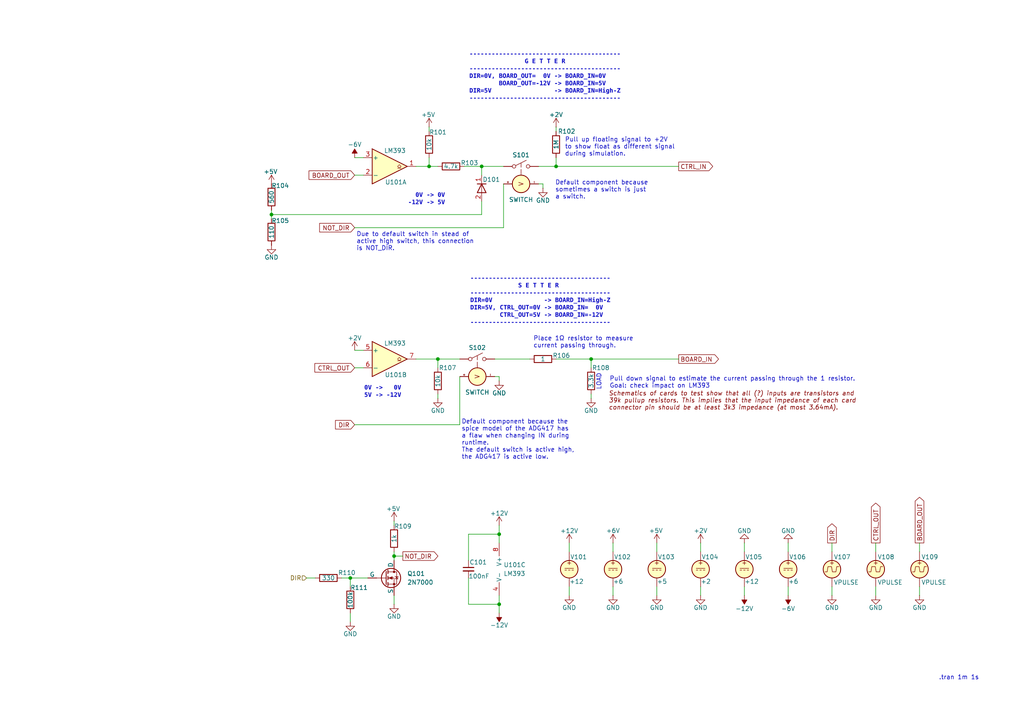
<source format=kicad_sch>
(kicad_sch (version 20250114) (generator "eeschema") (generator_version "9.0")
  (paper "A4")
  (title_block (title "Window comparator - Simulation") (date "2025-08-13") (rev "1.0.alpha") (comment 1 "Copyright (c) 2025 by Filip Pynckels & Robin Pynckels"))
  (lib_symbols
    (symbol "Comparator:LM393" (pin_names (offset 0.127))
      (property "Reference" "U" (at 3.81 3.81 0))
      (property "Value" "LM393" (at 6.35 -3.81 0))
      (symbol "LM393_1_1"
        (polyline (pts (xy -5.08 5.08) (xy 5.08 0) (xy -5.08 -5.08) (xy -5.08 5.08)) (stroke (width 0.254)) (fill (type background)))
        (polyline (pts (xy 3.302 -0.508) (xy 2.794 -0.508) (xy 3.302 0) (xy 2.794 0.508) (xy 2.286 0) (xy 2.794 -0.508) (xy 2.286 -0.508)) (stroke (width 0.127)))
        (pin input line (at -7.62 2.54 0) (length 2.54) (name "+") (number "3"))
        (pin input line (at -7.62 -2.54 0) (length 2.54) (name "-") (number "2"))
        (pin open_collector line (at 7.62 0 180) (length 2.54) (name "~") (number "1"))
      )
      (symbol "LM393_2_1"
        (polyline (pts (xy -5.08 5.08) (xy 5.08 0) (xy -5.08 -5.08) (xy -5.08 5.08)) (stroke (width 0.254)) (fill (type background)))
        (polyline (pts (xy 3.302 -0.508) (xy 2.794 -0.508) (xy 3.302 0) (xy 2.794 0.508) (xy 2.286 0) (xy 2.794 -0.508) (xy 2.286 -0.508)) (stroke (width 0.127)))
        (pin input line (at -7.62 2.54 0) (length 2.54) (name "+") (number "5"))
        (pin input line (at -7.62 -2.54 0) (length 2.54) (name "-") (number "6"))
        (pin open_collector line (at 7.62 0 180) (length 2.54) (name "~") (number "7"))
      )
      (symbol "LM393_3_1"
        (pin power_in line (at -2.54 7.62 270) (length 3.81) (name "V+") (number "8"))
        (pin power_in line (at -2.54 -7.62 90) (length 3.81) (name "V-") (number "4"))
      )
    )
    (symbol "Device:C_Small" (pin_numbers (hide yes)) (pin_names (offset 0.254) (hide yes))
      (property "Reference" "C" (at 0.254 1.778 0))
      (property "Value" "C_Small" (at 0.254 -2.032 0))
      (symbol "C_Small_0_1"
        (polyline (pts (xy -1.524 0.508) (xy 1.524 0.508)) (stroke (width 0.3048)))
        (polyline (pts (xy -1.524 -0.508) (xy 1.524 -0.508)) (stroke (width 0.3302)))
      )
      (symbol "C_Small_1_1"
        (pin passive line (at 0 2.54 270) (length 2.032) (name "~") (number "1"))
        (pin passive line (at 0 -2.54 90) (length 2.032) (name "~") (number "2"))
      )
    )
    (symbol "Device:R" (pin_numbers (hide yes)) (pin_names (offset 0))
      (property "Reference" "R" (at 2.032 0 90))
      (property "Value" "R" (at 0 0 90))
      (symbol "R_0_1"
        (rectangle (start -1.016 -2.54) (end 1.016 2.54) (stroke (width 0.254)))
      )
      (symbol "R_1_1"
        (pin passive line (at 0 3.81 270) (length 1.27) (name "~") (number "1"))
        (pin passive line (at 0 -3.81 90) (length 1.27) (name "~") (number "2"))
      )
    )
    (symbol "Power:+2V" (power) (pin_numbers (hide yes)) (pin_names (offset 0) (hide yes))
      (property "Value" "+2V" (at 0 3.556 0))
      (symbol "+2V_0_1"
        (polyline (pts (xy -0.762 1.27) (xy 0 2.54)))
        (polyline (pts (xy 0 2.54) (xy 0.762 1.27)))
        (polyline (pts (xy 0 0) (xy 0 2.54)))
      )
      (symbol "+2V_1_1"
        (pin power_in line (at 0 0 90) (length 0) (name "~") (number "1"))
      )
    )
    (symbol "Simulation_SPICE:D" (pin_names (offset 1.016) (hide yes))
      (property "Reference" "D" (at 0 2.54 0))
      (property "Value" "D" (at 0 -2.54 0))
      (symbol "D_0_1"
        (polyline (pts (xy -1.27 1.27) (xy -1.27 -1.27)) (stroke (width 0.254)))
        (polyline (pts (xy 1.27 1.27) (xy 1.27 -1.27) (xy -1.27 0) (xy 1.27 1.27)) (stroke (width 0.254)))
        (polyline (pts (xy 1.27 0) (xy -1.27 0)))
      )
      (symbol "D_1_1"
        (pin passive line (at -3.81 0 0) (length 2.54) (name "K") (number "1"))
        (pin passive line (at 3.81 0 180) (length 2.54) (name "A") (number "2"))
      )
    )
    (symbol "Simulation_SPICE:NMOS" (pin_numbers (hide yes)) (pin_names (offset 0))
      (property "Reference" "Q" (at 5.08 1.27 0))
      (property "Value" "NMOS" (at 5.08 -1.27 0))
      (symbol "NMOS_0_1"
        (polyline (pts (xy 0.254 1.905) (xy 0.254 -1.905)) (stroke (width 0.254)))
        (polyline (pts (xy 0.254 0) (xy -2.54 0)))
        (polyline (pts (xy 0.762 2.286) (xy 0.762 1.27)) (stroke (width 0.254)))
        (polyline (pts (xy 0.762 0.508) (xy 0.762 -0.508)) (stroke (width 0.254)))
        (polyline (pts (xy 0.762 -1.27) (xy 0.762 -2.286)) (stroke (width 0.254)))
        (polyline (pts (xy 0.762 -1.778) (xy 3.302 -1.778) (xy 3.302 1.778) (xy 0.762 1.778)))
        (polyline (pts (xy 1.016 0) (xy 2.032 0.381) (xy 2.032 -0.381) (xy 1.016 0)) (fill (type outline)))
        (circle (center 1.651 0) (radius 2.794) (stroke (width 0.254)))
        (polyline (pts (xy 2.54 2.54) (xy 2.54 1.778)))
        (circle (center 2.54 1.778) (radius 0.254) (fill (type outline)))
        (circle (center 2.54 -1.778) (radius 0.254) (fill (type outline)))
        (polyline (pts (xy 2.54 -2.54) (xy 2.54 0) (xy 0.762 0)))
        (polyline (pts (xy 2.794 0.508) (xy 2.921 0.381) (xy 3.683 0.381) (xy 3.81 0.254)))
        (polyline (pts (xy 3.302 0.381) (xy 2.921 -0.254) (xy 3.683 -0.254) (xy 3.302 0.381)))
      )
      (symbol "NMOS_1_1"
        (pin input line (at -5.08 0 0) (length 2.54) (name "G") (number "2"))
        (pin passive line (at 2.54 5.08 270) (length 2.54) (name "D") (number "1"))
        (pin passive line (at 2.54 -5.08 90) (length 2.54) (name "S") (number "3"))
      )
    )
    (symbol "Simulation_SPICE:SWITCH" (pin_numbers (hide yes)) (pin_names (offset 1.016) (hide yes))
      (property "Reference" "S" (at 2.54 2.54 0))
      (property "Value" "SWITCH" (at 2.54 0 0))
      (property "Sim.Params" "thr=0 ron=1" (at 2.54 -2.54 0))
      (symbol "SWITCH_0_1"
        (circle (center 0 2.032) (radius 0.508))
        (circle (center 0 -2.032) (radius 0.508))
        (polyline (pts (xy 0.254 1.524) (xy 1.778 -1.524)))
      )
      (symbol "SWITCH_1_1"
        (circle (center -5.08 0) (radius 2.54) (stroke (width 0.254)) (fill (type background)))
        (polyline (pts (xy -4.826 3.81) (xy -4.318 3.81)))
        (polyline (pts (xy -4.826 -3.81) (xy -4.318 -3.81)))
        (polyline (pts (xy -4.572 4.064) (xy -4.572 3.556)))
        (polyline (pts (xy -2.54 0) (xy 0.889 0)) (stroke (width 0) (type dash)))
        (text "V" (at -5.08 0 0) (effects (font (size 1.27 1.27))))
        (pin input line (at -5.08 5.08 270) (length 2.54) (name "C+") (number "3"))
        (pin input line (at -5.08 -5.08 90) (length 2.54) (name "C-") (number "4"))
        (pin passive line (at 0 5.08 270) (length 2.54) (name "N+") (number "1"))
        (pin passive line (at 0 -5.08 90) (length 2.54) (name "N-") (number "2"))
      )
    )
    (symbol "Simulation_SPICE:VDC" (pin_numbers (hide yes)) (pin_names (offset 0.0254))
      (property "Reference" "V" (at 2.54 2.54 0))
      (property "Value" "1" (at 2.54 0 0))
      (symbol "VDC_0_0"
        (polyline (pts (xy -1.27 0.254) (xy 1.27 0.254)))
        (polyline (pts (xy -0.762 -0.254) (xy -1.27 -0.254)))
        (polyline (pts (xy 0.254 -0.254) (xy -0.254 -0.254)))
        (polyline (pts (xy 1.27 -0.254) (xy 0.762 -0.254)))
        (text "+" (at 0 1.905 0) (effects (font (size 1.27 1.27))))
      )
      (symbol "VDC_0_1"
        (circle (center 0 0) (radius 2.54) (stroke (width 0.254)) (fill (type background)))
      )
      (symbol "VDC_1_1"
        (pin passive line (at 0 5.08 270) (length 2.54) (name "~") (number "1"))
        (pin passive line (at 0 -5.08 90) (length 2.54) (name "~") (number "2"))
      )
    )
    (symbol "Simulation_SPICE:VPULSE" (pin_numbers (hide yes)) (pin_names (offset 0.0254))
      (property "Reference" "V" (at 2.54 2.54 0))
      (property "Value" "VPULSE" (at 2.54 0 0))
      (property "Sim.Params" "y1=0 y2=1 td=2n tr=2n tf=2n tw=50n per=100n" (at 2.54 -2.54 0))
      (symbol "VPULSE_0_0"
        (polyline (pts (xy -2.032 -0.762) (xy -1.397 -0.762) (xy -1.143 0.762) (xy -0.127 0.762) (xy 0.127 -0.762) (xy 1.143 -0.762) (xy 1.397 0.762) (xy 2.032 0.762)))
        (text "+" (at 0 1.905 0) (effects (font (size 1.27 1.27))))
      )
      (symbol "VPULSE_0_1"
        (circle (center 0 0) (radius 2.54) (stroke (width 0.254)) (fill (type background)))
      )
      (symbol "VPULSE_1_1"
        (pin passive line (at 0 5.08 270) (length 2.54) (name "~") (number "1"))
        (pin passive line (at 0 -5.08 90) (length 2.54) (name "~") (number "2"))
      )
    )
    (symbol "power:+12V" (power) (pin_numbers (hide yes)) (pin_names (offset 0) (hide yes))
      (property "Value" "+12V" (at 0 3.556 0))
      (symbol "+12V_0_1"
        (polyline (pts (xy -0.762 1.27) (xy 0 2.54)))
        (polyline (pts (xy 0 2.54) (xy 0.762 1.27)))
        (polyline (pts (xy 0 0) (xy 0 2.54)))
      )
      (symbol "+12V_1_1"
        (pin power_in line (at 0 0 90) (length 0) (name "~") (number "1"))
      )
    )
    (symbol "power:+5V" (power) (pin_numbers (hide yes)) (pin_names (offset 0) (hide yes))
      (property "Value" "+5V" (at 0 3.556 0))
      (symbol "+5V_0_1"
        (polyline (pts (xy -0.762 1.27) (xy 0 2.54)))
        (polyline (pts (xy 0 2.54) (xy 0.762 1.27)))
        (polyline (pts (xy 0 0) (xy 0 2.54)))
      )
      (symbol "+5V_1_1"
        (pin power_in line (at 0 0 90) (length 0) (name "~") (number "1"))
      )
    )
    (symbol "power:+6V" (power) (pin_numbers (hide yes)) (pin_names (offset 0) (hide yes))
      (property "Value" "+6V" (at 0 3.556 0))
      (symbol "+6V_0_1"
        (polyline (pts (xy -0.762 1.27) (xy 0 2.54)))
        (polyline (pts (xy 0 2.54) (xy 0.762 1.27)))
        (polyline (pts (xy 0 0) (xy 0 2.54)))
      )
      (symbol "+6V_1_1"
        (pin power_in line (at 0 0 90) (length 0) (name "~") (number "1"))
      )
    )
    (symbol "power:-12V" (power) (pin_numbers (hide yes)) (pin_names (offset 0) (hide yes))
      (property "Value" "-12V" (at 0 3.556 0))
      (symbol "-12V_0_0"
        (pin power_in line (at 0 0 90) (length 0) (name "~") (number "1"))
      )
      (symbol "-12V_0_1"
        (polyline (pts (xy 0 0) (xy 0 1.27) (xy 0.762 1.27) (xy 0 2.54) (xy -0.762 1.27) (xy 0 1.27)) (fill (type outline)))
      )
    )
    (symbol "power:-6V" (power) (pin_numbers (hide yes)) (pin_names (offset 0) (hide yes))
      (property "Value" "-6V" (at 0 3.556 0))
      (symbol "-6V_0_0"
        (pin power_in line (at 0 0 90) (length 0) (name "~") (number "1"))
      )
      (symbol "-6V_0_1"
        (polyline (pts (xy 0 0) (xy 0 1.27) (xy 0.762 1.27) (xy 0 2.54) (xy -0.762 1.27) (xy 0 1.27)) (fill (type outline)))
      )
    )
    (symbol "power:GND" (power) (pin_numbers (hide yes)) (pin_names (offset 0) (hide yes))
      (property "Value" "GND" (at 0 -3.81 0))
      (symbol "GND_0_1"
        (polyline (pts (xy 0 0) (xy 0 -1.27) (xy 1.27 -1.27) (xy 0 -2.54) (xy -1.27 -1.27) (xy 0 -1.27)))
      )
      (symbol "GND_1_1"
        (pin power_in line (at 0 0 270) (length 0) (name "~") (number "1"))
      )
    )
  )
  (text "  0V -> 0V\n-12V -> 5V\n" (at 118.364 56.388 0) (effects (font (size 1.27 1.27) (bold yes)) (justify left top)))
  (text "-----------------------------------------\n               G E T T E R\n-----------------------------------------\nDIR=0V, BOARD_OUT=  0V -> BOARD_IN=0V\n        BOARD_OUT=-12V -> BOARD_IN=5V\nDIR=5V                 -> BOARD_IN=High-Z\n-----------------------------------------" (at 136.144 15.494 0) (effects (font (size 1.27 1.27) (bold yes)) (justify left top)))
  (text "--------------------------------------\n             S E T T E R\n--------------------------------------\nDIR=0V              -> BOARD_IN=High-Z\nDIR=5V, CTRL_OUT=0V -> BOARD_IN=  0V\n        CTRL_OUT=5V -> BOARD_IN=-12V\n--------------------------------------" (at 136.398 80.518 0) (effects (font (size 1.27 1.27) (bold yes)) (justify left top)))
  (text "LOAD" (at 173.736 110.744 90) (effects (font (size 1.27 1.27))))
  (text "Place 1Ω resistor to measure\ncurrent passing through." (at 154.686 99.314 0) (effects (font (size 1.27 1.27)) (justify left)))
  (text "Due to default switch in stead of\nactive high switch, this connection\nis NOT_DIR." (at 103.378 67.31 0) (effects (font (size 1.27 1.27)) (justify left top)))
  (text "0V ->   0V\n5V -> -12V\n" (at 105.664 112.268 0) (effects (font (size 1.27 1.27) (bold yes)) (justify left top)))
  (text "Default component because\nsometimes a switch is just\na switch." (at 161.036 52.324 0) (effects (font (size 1.27 1.27)) (justify left top)))
  (text ".tran 1m 1s\n" (at 272.288 196.596 0) (effects (font (size 1.27 1.27)) (justify left)))
  (text "Schematics of cards to test show that all (?) inputs are transistors and\n39k pullup resistors. This implies that the input impedance of each card\nconnector pin should be at least 3k3 impedance (at most 3.64mA)." (at 176.53 113.538 0) (effects (font (size 1.27 1.27) (thickness 0.1588) (italic yes)) (justify left top)))
  (text "Pull down signal to estimate the current passing through the 1 resistor.\nGoal: check impact on LM393" (at 176.784 109.22 0) (effects (font (size 1.27 1.27)) (justify left top)))
  (text "Pull up floating signal to +2V\nto show float as different signal\nduring simulation." (at 163.83 39.878 0) (effects (font (size 1.27 1.27)) (justify left top)))
  (text "Default component because the\nspice model of the ADG417 has\na flaw when changing IN during\nruntime.\nThe default switch is active high,\nthe ADG417 is active low." (at 133.858 121.666 0) (effects (font (size 1.27 1.27)) (justify left top)))
  (junction (at 78.74 62.23))
  (junction (at 124.46 48.26))
  (junction (at 161.29 48.26))
  (junction (at 114.3 161.29))
  (junction (at 139.7 48.26))
  (junction (at 127 104.14))
  (junction (at 101.6 167.64))
  (junction (at 171.45 104.14))
  (junction (at 144.78 154.94))
  (junction (at 144.78 175.26))
  (wire (pts (xy 190.5 170.18) (xy 190.5 172.72)))
  (wire (pts (xy 144.78 154.94) (xy 144.78 157.48)))
  (wire (pts (xy 135.89 162.56) (xy 135.89 154.94)))
  (wire (pts (xy 101.6 167.64) (xy 101.6 170.18)))
  (wire (pts (xy 101.6 177.8) (xy 101.6 180.34)))
  (wire (pts (xy 127 104.14) (xy 127 106.68)))
  (wire (pts (xy 133.35 109.22) (xy 133.35 123.19)))
  (wire (pts (xy 114.3 161.29) (xy 114.3 162.56)))
  (wire (pts (xy 156.21 53.34) (xy 157.48 53.34)))
  (wire (pts (xy 102.87 101.6) (xy 105.41 101.6)))
  (wire (pts (xy 146.05 66.04) (xy 146.05 53.34)))
  (wire (pts (xy 161.29 48.26) (xy 161.29 45.72)))
  (wire (pts (xy 161.29 48.26) (xy 196.85 48.26)))
  (wire (pts (xy 156.21 48.26) (xy 161.29 48.26)))
  (wire (pts (xy 78.74 62.23) (xy 78.74 63.5)))
  (wire (pts (xy 215.9 157.48) (xy 215.9 160.02)))
  (wire (pts (xy 134.62 48.26) (xy 139.7 48.26)))
  (wire (pts (xy 266.7 157.48) (xy 266.7 160.02)))
  (wire (pts (xy 114.3 161.29) (xy 116.84 161.29)))
  (wire (pts (xy 228.6 170.18) (xy 228.6 172.72)))
  (wire (pts (xy 171.45 104.14) (xy 196.85 104.14)))
  (wire (pts (xy 215.9 170.18) (xy 215.9 172.72)))
  (wire (pts (xy 135.89 167.64) (xy 135.89 175.26)))
  (wire (pts (xy 127 114.3) (xy 127 115.57)))
  (wire (pts (xy 228.6 157.48) (xy 228.6 160.02)))
  (wire (pts (xy 143.51 104.14) (xy 153.67 104.14)))
  (wire (pts (xy 105.41 106.68) (xy 102.87 106.68)))
  (wire (pts (xy 135.89 175.26) (xy 144.78 175.26)))
  (wire (pts (xy 102.87 45.72) (xy 105.41 45.72)))
  (wire (pts (xy 165.1 170.18) (xy 165.1 172.72)))
  (wire (pts (xy 78.74 62.23) (xy 139.7 62.23)))
  (wire (pts (xy 124.46 48.26) (xy 127 48.26)))
  (wire (pts (xy 120.65 104.14) (xy 127 104.14)))
  (wire (pts (xy 139.7 48.26) (xy 139.7 50.8)))
  (wire (pts (xy 114.3 152.4) (xy 114.3 151.13)))
  (wire (pts (xy 171.45 104.14) (xy 171.45 106.68)))
  (wire (pts (xy 171.45 114.3) (xy 171.45 115.57)))
  (wire (pts (xy 88.9 167.64) (xy 91.44 167.64)))
  (wire (pts (xy 190.5 157.48) (xy 190.5 160.02)))
  (wire (pts (xy 105.41 50.8) (xy 102.87 50.8)))
  (wire (pts (xy 203.2 170.18) (xy 203.2 172.72)))
  (wire (pts (xy 241.3 157.48) (xy 241.3 160.02)))
  (wire (pts (xy 254 157.48) (xy 254 160.02)))
  (wire (pts (xy 241.3 170.18) (xy 241.3 172.72)))
  (wire (pts (xy 266.7 170.18) (xy 266.7 172.72)))
  (wire (pts (xy 102.87 66.04) (xy 146.05 66.04)))
  (wire (pts (xy 114.3 160.02) (xy 114.3 161.29)))
  (wire (pts (xy 144.78 175.26) (xy 144.78 177.8)))
  (wire (pts (xy 124.46 48.26) (xy 124.46 45.72)))
  (wire (pts (xy 143.51 109.22) (xy 144.78 109.22)))
  (wire (pts (xy 177.8 170.18) (xy 177.8 172.72)))
  (wire (pts (xy 127 104.14) (xy 133.35 104.14)))
  (wire (pts (xy 78.74 60.96) (xy 78.74 62.23)))
  (wire (pts (xy 120.65 48.26) (xy 124.46 48.26)))
  (wire (pts (xy 254 170.18) (xy 254 172.72)))
  (wire (pts (xy 144.78 152.4) (xy 144.78 154.94)))
  (wire (pts (xy 177.8 157.48) (xy 177.8 160.02)))
  (wire (pts (xy 157.48 53.34) (xy 157.48 54.61)))
  (wire (pts (xy 124.46 38.1) (xy 124.46 36.83)))
  (wire (pts (xy 144.78 172.72) (xy 144.78 175.26)))
  (wire (pts (xy 99.06 167.64) (xy 101.6 167.64)))
  (wire (pts (xy 102.87 123.19) (xy 133.35 123.19)))
  (wire (pts (xy 114.3 172.72) (xy 114.3 175.26)))
  (wire (pts (xy 139.7 58.42) (xy 139.7 62.23)))
  (wire (pts (xy 161.29 38.1) (xy 161.29 36.83)))
  (wire (pts (xy 165.1 157.48) (xy 165.1 160.02)))
  (wire (pts (xy 101.6 167.64) (xy 106.68 167.64)))
  (wire (pts (xy 161.29 104.14) (xy 171.45 104.14)))
  (wire (pts (xy 135.89 154.94) (xy 144.78 154.94)))
  (wire (pts (xy 144.78 109.22) (xy 144.78 110.49)))
  (wire (pts (xy 139.7 48.26) (xy 146.05 48.26)))
  (wire (pts (xy 203.2 157.48) (xy 203.2 160.02)))
  (global_label "BOARD_OUT" (shape output) (at 266.7 157.48 90) (property "Intersheetrefs" "${INTERSHEET_REFS}" (effects (hide yes))))
  (global_label "CTRL_IN" (shape output) (at 196.85 48.26 0) (property "Intersheetrefs" "${INTERSHEET_REFS}" (effects (hide yes))))
  (global_label "NOT_DIR" (shape input) (at 102.87 66.04 180) (property "Intersheetrefs" "${INTERSHEET_REFS}" (effects (hide yes))))
  (global_label "CTRL_OUT" (shape input) (at 102.87 106.68 180) (property "Intersheetrefs" "${INTERSHEET_REFS}" (effects (hide yes))))
  (global_label "BOARD_IN" (shape output) (at 196.85 104.14 0) (property "Intersheetrefs" "${INTERSHEET_REFS}" (effects (hide yes))))
  (global_label "NOT_DIR" (shape output) (at 116.84 161.29 0) (property "Intersheetrefs" "${INTERSHEET_REFS}" (effects (hide yes))))
  (global_label "BOARD_OUT" (shape input) (at 102.87 50.8 180) (property "Intersheetrefs" "${INTERSHEET_REFS}" (effects (hide yes))))
  (global_label "DIR" (shape input) (at 102.87 123.19 180) (property "Intersheetrefs" "${INTERSHEET_REFS}" (effects (hide yes))))
  (global_label "CTRL_OUT" (shape output) (at 254 157.48 90) (property "Intersheetrefs" "${INTERSHEET_REFS}" (effects (hide yes))))
  (global_label "DIR" (shape output) (at 241.3 157.48 90) (property "Intersheetrefs" "${INTERSHEET_REFS}" (effects (hide yes))))
  (hierarchical_label "DIR" (shape input) (at 88.9 167.64 180))
  (symbol (lib_id "Power:+2V") (at 203.2 157.48 0) (unit 1)
    (property "Reference" "#PWR0116" (effects (hide yes)))
    (property "Value" "+2V" (at 203.2 153.924 0))
    (property "Description" "Power symbol creates a global label with name \"+2V\"" (effects (hide yes)))
  )
  (symbol (lib_id "Device:R") (at 161.29 41.91 0) (mirror x) (unit 1)
    (property "Reference" "R102" (at 161.798 38.1 0) (effects (justify left)))
    (property "Value" "1M" (at 161.29 41.91 90))
    (property "Footprint" "Resistor_THT:R_Axial_DIN0207_L6.3mm_D2.5mm_P7.62mm_Horizontal" (effects (hide yes)))
    (property "Description" "Resistor" (effects (hide yes)))
  )
  (symbol (lib_id "power:GND") (at 78.74 71.12 0) (mirror y) (unit 1)
    (property "Reference" "#PWR0106" (effects (hide yes)))
    (property "Value" "GND" (at 78.74 73.914 0) (effects (justify top)))
    (property "Description" "Power symbol creates a global label with name \"GND\" , ground" (effects (hide yes)))
  )
  (symbol (lib_id "Simulation_SPICE:VDC") (at 165.1 165.1 0) (unit 1)
    (property "Reference" "V101" (at 165.354 161.544 0) (effects (justify left)))
    (property "Value" "+12" (at 165.1 168.656 0) (effects (justify left)))
    (property "Datasheet" "https://ngspice.sourceforge.io/docs/ngspice-html-manual/manual.xhtml#sec_Independent_Sources_for" (effects (hide yes)))
    (property "Description" "Voltage source, DC" (effects (hide yes)))
    (property "Sim.Pins" "1=+ 2=-" (effects (hide yes)))
    (property "Sim.Type" "DC" (effects (hide yes)))
    (property "Sim.Device" "V" (effects (hide yes)))
  )
  (symbol (lib_id "Power:+2V") (at 102.87 101.6 0) (unit 1)
    (property "Reference" "#PWR0107" (effects (hide yes)))
    (property "Value" "+2V" (at 102.87 98.044 0))
    (property "Description" "Power symbol creates a global label with name \"+2V\"" (effects (hide yes)))
  )
  (symbol (lib_id "power:GND") (at 241.3 172.72 0) (mirror y) (unit 1)
    (property "Reference" "#PWR0125" (effects (hide yes)))
    (property "Value" "GND" (at 241.3 175.514 0) (effects (justify top)))
    (property "Description" "Power symbol creates a global label with name \"GND\" , ground" (effects (hide yes)))
  )
  (symbol (lib_id "power:GND") (at 157.48 54.61 0) (mirror y) (unit 1)
    (property "Reference" "#PWR0105" (effects (hide yes)))
    (property "Value" "GND" (at 157.48 57.404 0) (effects (justify top)))
    (property "Description" "Power symbol creates a global label with name \"GND\" , ground" (effects (hide yes)))
  )
  (symbol (lib_id "Device:R") (at 114.3 156.21 0) (mirror x) (unit 1)
    (property "Reference" "R109" (at 114.3 152.654 0) (effects (justify left)))
    (property "Value" "1k" (at 114.3 156.21 90))
    (property "Footprint" "Resistor_THT:R_Axial_DIN0207_L6.3mm_D2.5mm_P7.62mm_Horizontal" (effects (hide yes)))
    (property "Description" "Resistor" (effects (hide yes)))
  )
  (symbol (lib_id "power:GND") (at 101.6 180.34 0) (mirror y) (unit 1)
    (property "Reference" "#PWR0130" (effects (hide yes)))
    (property "Value" "GND" (at 101.6 183.134 0) (effects (justify top)))
    (property "Description" "Power symbol creates a global label with name \"GND\" , ground" (effects (hide yes)))
  )
  (symbol (lib_id "Device:R") (at 78.74 57.15 0) (mirror x) (unit 1)
    (property "Reference" "R104" (at 78.74 53.848 0) (effects (justify left)))
    (property "Value" "560" (at 78.74 57.15 90))
    (property "Footprint" "Resistor_THT:R_Axial_DIN0207_L6.3mm_D2.5mm_P7.62mm_Horizontal" (effects (hide yes)))
    (property "Description" "Resistor" (effects (hide yes)))
  )
  (symbol (lib_id "Comparator:LM393") (at 113.03 48.26 0) (unit 1)
    (property "Reference" "U101" (at 114.808 52.832 0))
    (property "Value" "LM393" (at 114.554 43.688 0))
    (property "Footprint" "Package_DIP:DIP-8_W7.62mm" (effects (hide yes)))
    (property "Datasheet" "http://www.ti.com/lit/ds/symlink/lm393.pdf" (effects (hide yes)))
    (property "Description" "Low-Power, Low-Offset Voltage, Dual Comparators, DIP-8/SOIC-8/TO-99-8" (effects (hide yes)))
    (property "Sim.Library" "${KIPRJMOD}/libraries/LM393.spice" (effects (hide yes)))
    (property "Sim.Name" "LM393" (effects (hide yes)))
    (property "Sim.Device" "SUBCKT" (effects (hide yes)))
    (property "Sim.Pins" "1=1 2=2 3=3 4=4 5=5 6=6 7=7 8=8" (effects (hide yes)))
  )
  (symbol (lib_id "Simulation_SPICE:SWITCH") (at 151.13 48.26 90) (unit 1)
    (property "Reference" "S101" (at 151.13 44.958 90))
    (property "Value" "SWITCH" (at 151.13 57.912 90))
    (property "Datasheet" "https://ngspice.sourceforge.io/docs/ngspice-html-manual/manual.xhtml#subsec_Switches" (effects (hide yes)))
    (property "Description" "Voltage controlled switch symbol for simulation only" (effects (hide yes)))
    (property "Sim.Device" "SW" (effects (hide yes)))
    (property "Sim.Type" "V" (effects (hide yes)))
    (property "Sim.Params" "thr=0.1 ron=1" (effects (hide yes)))
    (property "Sim.Pins" "1=no+ 2=no- 3=ctrl+ 4=ctrl-" (effects (hide yes)))
  )
  (symbol (lib_id "Device:R") (at 95.25 167.64 90) (unit 1)
    (property "Reference" "R110" (at 98.044 166.116 90) (effects (justify right)))
    (property "Value" "330" (at 95.25 167.64 90))
    (property "Footprint" "Resistor_THT:R_Axial_DIN0207_L6.3mm_D2.5mm_P7.62mm_Horizontal" (effects (hide yes)))
    (property "Description" "Resistor" (effects (hide yes)))
  )
  (symbol (lib_id "power:GND") (at 228.6 157.48 0) (mirror x) (unit 1)
    (property "Reference" "#PWR0118" (effects (hide yes)))
    (property "Value" "GND" (at 228.6 154.686 0) (effects (justify top)))
    (property "Description" "Power symbol creates a global label with name \"GND\" , ground" (effects (hide yes)))
  )
  (symbol (lib_id "Simulation_SPICE:SWITCH") (at 138.43 104.14 90) (unit 1)
    (property "Reference" "S102" (at 138.43 100.838 90))
    (property "Value" "SWITCH" (at 138.43 113.792 90))
    (property "Datasheet" "https://ngspice.sourceforge.io/docs/ngspice-html-manual/manual.xhtml#subsec_Switches" (effects (hide yes)))
    (property "Description" "Voltage controlled switch symbol for simulation only" (effects (hide yes)))
    (property "Sim.Device" "SW" (effects (hide yes)))
    (property "Sim.Type" "V" (effects (hide yes)))
    (property "Sim.Params" "thr=0.1 ron=1" (effects (hide yes)))
    (property "Sim.Pins" "1=no+ 2=no- 3=ctrl+ 4=ctrl-" (effects (hide yes)))
  )
  (symbol (lib_id "power:GND") (at 165.1 172.72 0) (mirror y) (unit 1)
    (property "Reference" "#PWR0119" (effects (hide yes)))
    (property "Value" "GND" (at 165.1 175.514 0) (effects (justify top)))
    (property "Description" "Power symbol creates a global label with name \"GND\" , ground" (effects (hide yes)))
  )
  (symbol (lib_id "Simulation_SPICE:VDC") (at 215.9 165.1 0) (unit 1)
    (property "Reference" "V105" (at 216.154 161.544 0) (effects (justify left)))
    (property "Value" "+12" (at 215.9 168.656 0) (effects (justify left)))
    (property "Datasheet" "https://ngspice.sourceforge.io/docs/ngspice-html-manual/manual.xhtml#sec_Independent_Sources_for" (effects (hide yes)))
    (property "Description" "Voltage source, DC" (effects (hide yes)))
    (property "Sim.Pins" "1=+ 2=-" (effects (hide yes)))
    (property "Sim.Type" "DC" (effects (hide yes)))
    (property "Sim.Device" "V" (effects (hide yes)))
  )
  (symbol (lib_id "power:+12V") (at 165.1 157.48 0) (mirror y) (unit 1)
    (property "Reference" "#PWR0113" (effects (hide yes)))
    (property "Value" "+12V" (at 165.1 154.686 0) (effects (justify bottom)))
    (property "Description" "Power symbol creates a global label with name \"+12V\"" (effects (hide yes)))
  )
  (symbol (lib_id "power:GND") (at 266.7 172.72 0) (mirror y) (unit 1)
    (property "Reference" "#PWR0127" (effects (hide yes)))
    (property "Value" "GND" (at 266.7 175.514 0) (effects (justify top)))
    (property "Description" "Power symbol creates a global label with name \"GND\" , ground" (effects (hide yes)))
  )
  (symbol (lib_id "power:GND") (at 177.8 172.72 0) (mirror y) (unit 1)
    (property "Reference" "#PWR0120" (effects (hide yes)))
    (property "Value" "GND" (at 177.8 175.514 0) (effects (justify top)))
    (property "Description" "Power symbol creates a global label with name \"GND\" , ground" (effects (hide yes)))
  )
  (symbol (lib_id "power:GND") (at 254 172.72 0) (mirror y) (unit 1)
    (property "Reference" "#PWR0126" (effects (hide yes)))
    (property "Value" "GND" (at 254 175.514 0) (effects (justify top)))
    (property "Description" "Power symbol creates a global label with name \"GND\" , ground" (effects (hide yes)))
  )
  (symbol (lib_id "Power:+2V") (at 161.29 36.83 0) (unit 1)
    (property "Reference" "#PWR0102" (effects (hide yes)))
    (property "Value" "+2V" (at 161.29 33.274 0))
    (property "Description" "Power symbol creates a global label with name \"+2V\"" (effects (hide yes)))
  )
  (symbol (lib_id "power:-12V") (at 215.9 172.72 180) (unit 1)
    (property "Reference" "#PWR0123" (effects (hide yes)))
    (property "Value" "-12V" (at 215.9 176.53 0))
    (property "Description" "Power symbol creates a global label with name \"-12V\"" (effects (hide yes)))
  )
  (symbol (lib_id "power:+5V") (at 78.74 53.34 0) (unit 1)
    (property "Reference" "#PWR0104" (effects (hide yes)))
    (property "Value" "+5V" (at 78.486 49.784 0))
    (property "Description" "Power symbol creates a global label with name \"+5V\"" (effects (hide yes)))
  )
  (symbol (lib_id "Simulation_SPICE:VPULSE") (at 241.3 165.1 0) (unit 1)
    (property "Reference" "V107" (at 241.808 161.544 0) (effects (justify left)))
    (property "Value" "VPULSE" (at 241.808 168.91 0) (effects (justify left)))
    (property "Datasheet" "https://ngspice.sourceforge.io/docs/ngspice-html-manual/manual.xhtml#sec_Independent_Sources_for" (effects (hide yes)))
    (property "Description" "Voltage source, pulse" (effects (hide yes)))
    (property "Sim.Pins" "1=+ 2=-" (effects (hide yes)))
    (property "Sim.Type" "PULSE" (effects (hide yes)))
    (property "Sim.Device" "V" (effects (hide yes)))
    (property "Sim.Params" "y1=0 y2=5 td=2n tr=10u tf=10u tw=500ms per=1s" (effects (hide yes)))
  )
  (symbol (lib_id "power:GND") (at 203.2 172.72 0) (mirror y) (unit 1)
    (property "Reference" "#PWR0122" (effects (hide yes)))
    (property "Value" "GND" (at 203.2 175.514 0) (effects (justify top)))
    (property "Description" "Power symbol creates a global label with name \"GND\" , ground" (effects (hide yes)))
  )
  (symbol (lib_id "Simulation_SPICE:VDC") (at 228.6 165.1 0) (unit 1)
    (property "Reference" "V106" (at 228.854 161.544 0) (effects (justify left)))
    (property "Value" "+6" (at 228.6 168.656 0) (effects (justify left)))
    (property "Datasheet" "https://ngspice.sourceforge.io/docs/ngspice-html-manual/manual.xhtml#sec_Independent_Sources_for" (effects (hide yes)))
    (property "Description" "Voltage source, DC" (effects (hide yes)))
    (property "Sim.Pins" "1=+ 2=-" (effects (hide yes)))
    (property "Sim.Type" "DC" (effects (hide yes)))
    (property "Sim.Device" "V" (effects (hide yes)))
  )
  (symbol (lib_id "power:+6V") (at 177.8 157.48 0) (unit 1)
    (property "Reference" "#PWR0114" (effects (hide yes)))
    (property "Value" "+6V" (at 177.8 153.924 0))
    (property "Description" "Power symbol creates a global label with name \"+6V\"" (effects (hide yes)))
  )
  (symbol (lib_id "power:GND") (at 171.45 115.57 0) (mirror y) (unit 1)
    (property "Reference" "#PWR0110" (effects (hide yes)))
    (property "Value" "GND" (at 171.45 118.364 0) (effects (justify top)))
    (property "Description" "Power symbol creates a global label with name \"GND\" , ground" (effects (hide yes)))
  )
  (symbol (lib_id "Simulation_SPICE:VDC") (at 190.5 165.1 0) (unit 1)
    (property "Reference" "V103" (at 190.754 161.544 0) (effects (justify left)))
    (property "Value" "+5" (at 190.5 168.656 0) (effects (justify left)))
    (property "Datasheet" "https://ngspice.sourceforge.io/docs/ngspice-html-manual/manual.xhtml#sec_Independent_Sources_for" (effects (hide yes)))
    (property "Description" "Voltage source, DC" (effects (hide yes)))
    (property "Sim.Pins" "1=+ 2=-" (effects (hide yes)))
    (property "Sim.Type" "DC" (effects (hide yes)))
    (property "Sim.Device" "V" (effects (hide yes)))
  )
  (symbol (lib_id "Comparator:LM393") (at 113.03 104.14 0) (unit 2)
    (property "Reference" "U101" (at 114.808 108.712 0))
    (property "Value" "LM393" (at 114.554 99.568 0))
    (property "Footprint" "Package_DIP:DIP-8_W7.62mm" (effects (hide yes)))
    (property "Datasheet" "http://www.ti.com/lit/ds/symlink/lm393.pdf" (effects (hide yes)))
    (property "Description" "Low-Power, Low-Offset Voltage, Dual Comparators, DIP-8/SOIC-8/TO-99-8" (effects (hide yes)))
    (property "Sim.Library" "${KIPRJMOD}/libraries/LM393.spice" (effects (hide yes)))
    (property "Sim.Name" "LM393" (effects (hide yes)))
    (property "Sim.Device" "SUBCKT" (effects (hide yes)))
    (property "Sim.Pins" "1=1 2=2 3=3 4=4 5=5 6=6 7=7 8=8" (effects (hide yes)))
  )
  (symbol (lib_id "power:+5V") (at 114.3 151.13 0) (unit 1)
    (property "Reference" "#PWR0111" (effects (hide yes)))
    (property "Value" "+5V" (at 114.046 147.574 0))
    (property "Description" "Power symbol creates a global label with name \"+5V\"" (effects (hide yes)))
  )
  (symbol (lib_id "power:-6V") (at 228.6 172.72 180) (unit 1)
    (property "Reference" "#PWR0124" (effects (hide yes)))
    (property "Value" "-6V" (at 228.6 176.53 0))
    (property "Description" "Power symbol creates a global label with name \"-6V\"" (effects (hide yes)))
  )
  (symbol (lib_id "Simulation_SPICE:VDC") (at 177.8 165.1 0) (unit 1)
    (property "Reference" "V102" (at 178.054 161.544 0) (effects (justify left)))
    (property "Value" "+6" (at 177.8 168.656 0) (effects (justify left)))
    (property "Datasheet" "https://ngspice.sourceforge.io/docs/ngspice-html-manual/manual.xhtml#sec_Independent_Sources_for" (effects (hide yes)))
    (property "Description" "Voltage source, DC" (effects (hide yes)))
    (property "Sim.Pins" "1=+ 2=-" (effects (hide yes)))
    (property "Sim.Type" "DC" (effects (hide yes)))
    (property "Sim.Device" "V" (effects (hide yes)))
  )
  (symbol (lib_id "Comparator:LM393") (at 147.32 165.1 0) (unit 3)
    (property "Reference" "U101" (at 146.05 163.8299 0) (effects (justify left)))
    (property "Value" "LM393" (at 146.05 166.3699 0) (effects (justify left)))
    (property "Footprint" "Package_DIP:DIP-8_W7.62mm" (effects (hide yes)))
    (property "Datasheet" "http://www.ti.com/lit/ds/symlink/lm393.pdf" (effects (hide yes)))
    (property "Description" "Low-Power, Low-Offset Voltage, Dual Comparators, DIP-8/SOIC-8/TO-99-8" (effects (hide yes)))
    (property "Sim.Library" "${KIPRJMOD}/libraries/LM393.spice" (effects (hide yes)))
    (property "Sim.Name" "LM393" (effects (hide yes)))
    (property "Sim.Device" "SUBCKT" (effects (hide yes)))
    (property "Sim.Pins" "1=1 2=2 3=3 4=4 5=5 6=6 7=7 8=8" (effects (hide yes)))
  )
  (symbol (lib_id "Simulation_SPICE:NMOS") (at 111.76 167.64 0) (unit 1)
    (property "Reference" "Q101" (at 118.11 166.3699 0) (effects (justify left)))
    (property "Value" "2N7000" (at 118.11 168.9099 0) (effects (justify left)))
    (property "Datasheet" "https://ngspice.sourceforge.io/docs/ngspice-html-manual/manual.xhtml#cha_MOSFETs" (effects (hide yes)))
    (property "Description" "N-MOSFET transistor, drain/source/gate" (effects (hide yes)))
    (property "Sim.Device" "NMOS" (effects (hide yes)))
    (property "Sim.Type" "VDMOS" (effects (hide yes)))
    (property "Sim.Pins" "1=D 2=G 3=S" (effects (hide yes)))
  )
  (symbol (lib_id "Simulation_SPICE:D") (at 139.7 54.61 270) (unit 1)
    (property "Reference" "D101" (at 139.954 52.07 90) (effects (justify left)))
    (property "Value" "D" (effects (hide yes)))
    (property "Datasheet" "https://ngspice.sourceforge.io/docs/ngspice-html-manual/manual.xhtml#cha_DIODEs" (effects (hide yes)))
    (property "Description" "Diode for simulation or PCB" (effects (hide yes)))
    (property "Sim.Device" "D" (effects (hide yes)))
    (property "Sim.Pins" "1=K 2=A" (effects (hide yes)))
    (property "Sim.Params" "rs=50m cjo=10p" (effects (hide yes)))
  )
  (symbol (lib_id "power:-6V") (at 102.87 45.72 0) (unit 1)
    (property "Reference" "#PWR0103" (effects (hide yes)))
    (property "Value" "-6V" (at 102.87 41.91 0))
    (property "Description" "Power symbol creates a global label with name \"-6V\"" (effects (hide yes)))
  )
  (symbol (lib_id "Device:R") (at 171.45 110.49 0) (unit 1)
    (property "Reference" "R108" (at 171.704 106.68 0) (effects (justify left)))
    (property "Value" "3.3k" (at 171.45 110.49 90))
    (property "Footprint" "Resistor_THT:R_Axial_DIN0207_L6.3mm_D2.5mm_P7.62mm_Horizontal" (effects (hide yes)))
    (property "Description" "Resistor" (effects (hide yes)))
  )
  (symbol (lib_id "power:GND") (at 190.5 172.72 0) (mirror y) (unit 1)
    (property "Reference" "#PWR0121" (effects (hide yes)))
    (property "Value" "GND" (at 190.5 175.514 0) (effects (justify top)))
    (property "Description" "Power symbol creates a global label with name \"GND\" , ground" (effects (hide yes)))
  )
  (symbol (lib_id "Device:R") (at 130.81 48.26 270) (mirror x) (unit 1)
    (property "Reference" "R103" (at 133.604 47.244 90) (effects (justify left)))
    (property "Value" "4.7k" (at 130.81 48.26 90))
    (property "Footprint" "Resistor_THT:R_Axial_DIN0207_L6.3mm_D2.5mm_P7.62mm_Horizontal" (effects (hide yes)))
    (property "Description" "Resistor" (effects (hide yes)))
  )
  (symbol (lib_id "power:GND") (at 215.9 157.48 0) (mirror x) (unit 1)
    (property "Reference" "#PWR0117" (effects (hide yes)))
    (property "Value" "GND" (at 215.9 154.686 0) (effects (justify top)))
    (property "Description" "Power symbol creates a global label with name \"GND\" , ground" (effects (hide yes)))
  )
  (symbol (lib_id "Device:R") (at 127 110.49 0) (unit 1)
    (property "Reference" "R107" (at 127.254 106.68 0) (effects (justify left)))
    (property "Value" "10k" (at 127 110.49 90))
    (property "Footprint" "Resistor_THT:R_Axial_DIN0207_L6.3mm_D2.5mm_P7.62mm_Horizontal" (effects (hide yes)))
    (property "Description" "Resistor" (effects (hide yes)))
  )
  (symbol (lib_id "Device:R") (at 157.48 104.14 270) (mirror x) (unit 1)
    (property "Reference" "R106" (at 160.274 103.124 90) (effects (justify left)))
    (property "Value" "1" (at 157.48 104.14 90))
    (property "Footprint" "Resistor_THT:R_Axial_DIN0207_L6.3mm_D2.5mm_P7.62mm_Horizontal" (effects (hide yes)))
    (property "Description" "Resistor" (effects (hide yes)))
  )
  (symbol (lib_id "Device:R") (at 124.46 41.91 0) (mirror x) (unit 1)
    (property "Reference" "R101" (at 124.46 38.354 0) (effects (justify left)))
    (property "Value" "10k" (at 124.46 41.91 90))
    (property "Footprint" "Resistor_THT:R_Axial_DIN0207_L6.3mm_D2.5mm_P7.62mm_Horizontal" (effects (hide yes)))
    (property "Description" "Resistor" (effects (hide yes)))
  )
  (symbol (lib_id "Device:R") (at 101.6 173.99 0) (mirror x) (unit 1)
    (property "Reference" "R111" (at 101.6 170.434 0) (effects (justify left)))
    (property "Value" "100k" (at 101.6 173.99 90))
    (property "Footprint" "Resistor_THT:R_Axial_DIN0207_L6.3mm_D2.5mm_P7.62mm_Horizontal" (effects (hide yes)))
    (property "Description" "Resistor" (effects (hide yes)))
  )
  (symbol (lib_id "power:GND") (at 114.3 175.26 0) (mirror y) (unit 1)
    (property "Reference" "#PWR0128" (effects (hide yes)))
    (property "Value" "GND" (at 114.3 178.054 0) (effects (justify top)))
    (property "Description" "Power symbol creates a global label with name \"GND\" , ground" (effects (hide yes)))
  )
  (symbol (lib_id "Simulation_SPICE:VPULSE") (at 254 165.1 0) (unit 1)
    (property "Reference" "V108" (at 254.508 161.544 0) (effects (justify left)))
    (property "Value" "VPULSE" (at 254.508 168.91 0) (effects (justify left)))
    (property "Datasheet" "https://ngspice.sourceforge.io/docs/ngspice-html-manual/manual.xhtml#sec_Independent_Sources_for" (effects (hide yes)))
    (property "Description" "Voltage source, pulse" (effects (hide yes)))
    (property "Sim.Pins" "1=+ 2=-" (effects (hide yes)))
    (property "Sim.Type" "PULSE" (effects (hide yes)))
    (property "Sim.Device" "V" (effects (hide yes)))
    (property "Sim.Params" "y1=0 y2=5 td=2n tr=10n tf=10n tw=25ms per=50ms" (effects (hide yes)))
  )
  (symbol (lib_id "power:+12V") (at 144.78 152.4 0) (mirror y) (unit 1)
    (property "Reference" "#PWR0112" (effects (hide yes)))
    (property "Value" "+12V" (at 144.78 149.606 0) (effects (justify bottom)))
    (property "Description" "Power symbol creates a global label with name \"+12V\"" (effects (hide yes)))
  )
  (symbol (lib_id "power:GND") (at 144.78 110.49 0) (mirror y) (unit 1)
    (property "Reference" "#PWR0108" (effects (hide yes)))
    (property "Value" "GND" (at 144.78 113.284 0) (effects (justify top)))
    (property "Description" "Power symbol creates a global label with name \"GND\" , ground" (effects (hide yes)))
  )
  (symbol (lib_id "Simulation_SPICE:VDC") (at 203.2 165.1 0) (unit 1)
    (property "Reference" "V104" (at 203.454 161.544 0) (effects (justify left)))
    (property "Value" "+2" (at 203.2 168.656 0) (effects (justify left)))
    (property "Datasheet" "https://ngspice.sourceforge.io/docs/ngspice-html-manual/manual.xhtml#sec_Independent_Sources_for" (effects (hide yes)))
    (property "Description" "Voltage source, DC" (effects (hide yes)))
    (property "Sim.Pins" "1=+ 2=-" (effects (hide yes)))
    (property "Sim.Type" "DC" (effects (hide yes)))
    (property "Sim.Device" "V" (effects (hide yes)))
  )
  (symbol (lib_id "power:GND") (at 127 115.57 0) (mirror y) (unit 1)
    (property "Reference" "#PWR0109" (effects (hide yes)))
    (property "Value" "GND" (at 127 118.364 0) (effects (justify top)))
    (property "Description" "Power symbol creates a global label with name \"GND\" , ground" (effects (hide yes)))
  )
  (symbol (lib_id "Device:C_Small") (at 135.89 165.1 0) (mirror y) (unit 1)
    (property "Reference" "C101" (at 136.144 163.068 0) (effects (justify right)))
    (property "Value" "100nF" (at 135.89 167.132 0) (effects (justify right)))
    (property "Footprint" "Capacitor_THT:C_Disc_D5.0mm_W2.5mm_P5.00mm" (effects (hide yes)))
    (property "Description" "Unpolarized capacitor, small symbol" (effects (hide yes)))
  )
  (symbol (lib_id "power:+5V") (at 190.5 157.48 0) (unit 1)
    (property "Reference" "#PWR0115" (effects (hide yes)))
    (property "Value" "+5V" (at 190.246 153.924 0))
    (property "Description" "Power symbol creates a global label with name \"+5V\"" (effects (hide yes)))
  )
  (symbol (lib_id "Simulation_SPICE:VPULSE") (at 266.7 165.1 0) (unit 1)
    (property "Reference" "V109" (at 267.208 161.544 0) (effects (justify left)))
    (property "Value" "VPULSE" (at 267.208 168.91 0) (effects (justify left)))
    (property "Datasheet" "https://ngspice.sourceforge.io/docs/ngspice-html-manual/manual.xhtml#sec_Independent_Sources_for" (effects (hide yes)))
    (property "Description" "Voltage source, pulse" (effects (hide yes)))
    (property "Sim.Pins" "1=+ 2=-" (effects (hide yes)))
    (property "Sim.Type" "PULSE" (effects (hide yes)))
    (property "Sim.Device" "V" (effects (hide yes)))
    (property "Sim.Params" "y1=0 y2=-12 td=2n tr=10n tf=10n tw=25ms per=50ms" (effects (hide yes)))
  )
  (symbol (lib_id "power:-12V") (at 144.78 177.8 0) (mirror x) (unit 1)
    (property "Reference" "#PWR0129" (effects (hide yes)))
    (property "Value" "-12V" (at 144.78 180.594 0) (effects (justify bottom)))
    (property "Description" "Power symbol creates a global label with name \"-12V\"" (effects (hide yes)))
  )
  (symbol (lib_id "power:+5V") (at 124.46 36.83 0) (unit 1)
    (property "Reference" "#PWR0101" (effects (hide yes)))
    (property "Value" "+5V" (at 124.206 33.274 0))
    (property "Description" "Power symbol creates a global label with name \"+5V\"" (effects (hide yes)))
  )
  (symbol (lib_id "Device:R") (at 78.74 67.31 0) (mirror x) (unit 1)
    (property "Reference" "R105" (at 78.74 64.008 0) (effects (justify left)))
    (property "Value" "110" (at 78.74 67.31 90))
    (property "Footprint" "Resistor_THT:R_Axial_DIN0207_L6.3mm_D2.5mm_P7.62mm_Horizontal" (effects (hide yes)))
    (property "Description" "Resistor" (effects (hide yes)))
  )
)
</source>
